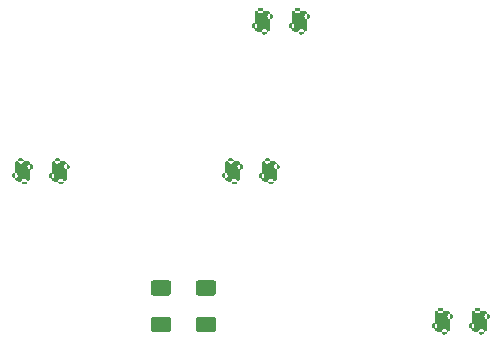
<source format=gbr>
From 9d678fbace2e4931e39ab5b95b2ec7493a18f549 Mon Sep 17 00:00:00 2001
From: Blaise Thompson <blaise@untzag.com>
Date: Mon, 25 Jan 2021 12:15:05 -0600
Subject: digital-driver readme

---
 digital-driver/gerber/driver-F_Mask.gbr | 250 ++++++++++++++++++++++----------
 1 file changed, 175 insertions(+), 75 deletions(-)

(limited to 'digital-driver/gerber/driver-F_Mask.gbr')

diff --git a/digital-driver/gerber/driver-F_Mask.gbr b/digital-driver/gerber/driver-F_Mask.gbr
index 671323a..c6407fc 100644
--- a/digital-driver/gerber/driver-F_Mask.gbr
+++ b/digital-driver/gerber/driver-F_Mask.gbr
@@ -1,12 +1,12 @@
-%TF.GenerationSoftware,KiCad,Pcbnew,5.1.9+dfsg1-1*%
-%TF.CreationDate,2021-01-24T22:19:11-06:00*%
+%TF.GenerationSoftware,KiCad,Pcbnew,5.1.8+dfsg1-1+b1*%
+%TF.CreationDate,2021-01-25T11:41:01-06:00*%
 %TF.ProjectId,driver,64726976-6572-42e6-9b69-6361645f7063,1.0.0*%
 %TF.SameCoordinates,Original*%
 %TF.FileFunction,Soldermask,Top*%
 %TF.FilePolarity,Negative*%
 %FSLAX46Y46*%
 G04 Gerber Fmt 4.6, Leading zero omitted, Abs format (unit mm)*
-G04 Created by KiCad (PCBNEW 5.1.9+dfsg1-1) date 2021-01-24 22:19:11*
+G04 Created by KiCad (PCBNEW 5.1.8+dfsg1-1+b1) date 2021-01-25 11:41:01*
 %MOMM*%
 %LPD*%
 G01*
@@ -77,6 +77,106 @@ G75*
 G02*
 X167640000Y-81280000I0J-2540000D01*
 G01*
+%TO.C,R7*%
+G36*
+G01*
+X127645000Y-106310000D02*
+X128895000Y-106310000D01*
+G75*
+G02*
+X129145000Y-106560000I0J-250000D01*
+G01*
+X129145000Y-107360000D01*
+G75*
+G02*
+X128895000Y-107610000I-250000J0D01*
+G01*
+X127645000Y-107610000D01*
+G75*
+G02*
+X127395000Y-107360000I0J250000D01*
+G01*
+X127395000Y-106560000D01*
+G75*
+G02*
+X127645000Y-106310000I250000J0D01*
+G01*
+G37*
+G36*
+G01*
+X127645000Y-103210000D02*
+X128895000Y-103210000D01*
+G75*
+G02*
+X129145000Y-103460000I0J-250000D01*
+G01*
+X129145000Y-104260000D01*
+G75*
+G02*
+X128895000Y-104510000I-250000J0D01*
+G01*
+X127645000Y-104510000D01*
+G75*
+G02*
+X127395000Y-104260000I0J250000D01*
+G01*
+X127395000Y-103460000D01*
+G75*
+G02*
+X127645000Y-103210000I250000J0D01*
+G01*
+G37*
+%TD*%
+%TO.C,R6*%
+G36*
+G01*
+X131455000Y-106310000D02*
+X132705000Y-106310000D01*
+G75*
+G02*
+X132955000Y-106560000I0J-250000D01*
+G01*
+X132955000Y-107360000D01*
+G75*
+G02*
+X132705000Y-107610000I-250000J0D01*
+G01*
+X131455000Y-107610000D01*
+G75*
+G02*
+X131205000Y-107360000I0J250000D01*
+G01*
+X131205000Y-106560000D01*
+G75*
+G02*
+X131455000Y-106310000I250000J0D01*
+G01*
+G37*
+G36*
+G01*
+X131455000Y-103210000D02*
+X132705000Y-103210000D01*
+G75*
+G02*
+X132955000Y-103460000I0J-250000D01*
+G01*
+X132955000Y-104260000D01*
+G75*
+G02*
+X132705000Y-104510000I-250000J0D01*
+G01*
+X131455000Y-104510000D01*
+G75*
+G02*
+X131205000Y-104260000I0J250000D01*
+G01*
+X131205000Y-103460000D01*
+G75*
+G02*
+X131455000Y-103210000I250000J0D01*
+G01*
+G37*
+%TD*%
 D11*
 %TO.C,PS1*%
 X154090000Y-81630000D03*
@@ -117,200 +217,200 @@ G37*
 %TO.C,R5*%
 G36*
 G01*
-X136790000Y-94605000D02*
-X136790000Y-93355000D01*
+X136790000Y-94605001D02*
+X136790000Y-93354999D01*
 G75*
 G02*
-X137040000Y-93105000I250000J0D01*
+X137039999Y-93105000I249999J0D01*
 G01*
-X137840000Y-93105000D01*
+X137840001Y-93105000D01*
 G75*
 G02*
-X138090000Y-93355000I0J-250000D01*
+X138090000Y-93354999I0J-249999D01*
 G01*
-X138090000Y-94605000D01*
+X138090000Y-94605001D01*
 G75*
 G02*
-X137840000Y-94855000I-250000J0D01*
+X137840001Y-94855000I-249999J0D01*
 G01*
-X137040000Y-94855000D01*
+X137039999Y-94855000D01*
 G75*
 G02*
-X136790000Y-94605000I0J250000D01*
+X136790000Y-94605001I0J249999D01*
 G01*
 G37*
 G36*
 G01*
-X133690000Y-94605000D02*
-X133690000Y-93355000D01*
+X133690000Y-94605001D02*
+X133690000Y-93354999D01*
 G75*
 G02*
-X133940000Y-93105000I250000J0D01*
+X133939999Y-93105000I249999J0D01*
 G01*
-X134740000Y-93105000D01*
+X134740001Y-93105000D01*
 G75*
 G02*
-X134990000Y-93355000I0J-250000D01*
+X134990000Y-93354999I0J-249999D01*
 G01*
-X134990000Y-94605000D01*
+X134990000Y-94605001D01*
 G75*
 G02*
-X134740000Y-94855000I-250000J0D01*
+X134740001Y-94855000I-249999J0D01*
 G01*
-X133940000Y-94855000D01*
+X133939999Y-94855000D01*
 G75*
 G02*
-X133690000Y-94605000I0J250000D01*
+X133690000Y-94605001I0J249999D01*
 G01*
 G37*
 %TD*%
 %TO.C,R2*%
 G36*
 G01*
-X119010000Y-94605000D02*
-X119010000Y-93355000D01*
+X119010000Y-94605001D02*
+X119010000Y-93354999D01*
 G75*
 G02*
-X119260000Y-93105000I250000J0D01*
+X119259999Y-93105000I249999J0D01*
 G01*
-X120060000Y-93105000D01*
+X120060001Y-93105000D01*
 G75*
 G02*
-X120310000Y-93355000I0J-250000D01*
+X120310000Y-93354999I0J-249999D01*
 G01*
-X120310000Y-94605000D01*
+X120310000Y-94605001D01*
 G75*
 G02*
-X120060000Y-94855000I-250000J0D01*
+X120060001Y-94855000I-249999J0D01*
 G01*
-X119260000Y-94855000D01*
+X119259999Y-94855000D01*
 G75*
 G02*
-X119010000Y-94605000I0J250000D01*
+X119010000Y-94605001I0J249999D01*
 G01*
 G37*
 G36*
 G01*
-X115910000Y-94605000D02*
-X115910000Y-93355000D01*
+X115910000Y-94605001D02*
+X115910000Y-93354999D01*
 G75*
 G02*
-X116160000Y-93105000I250000J0D01*
+X116159999Y-93105000I249999J0D01*
 G01*
-X116960000Y-93105000D01*
+X116960001Y-93105000D01*
 G75*
 G02*
-X117210000Y-93355000I0J-250000D01*
+X117210000Y-93354999I0J-249999D01*
 G01*
-X117210000Y-94605000D01*
+X117210000Y-94605001D01*
 G75*
 G02*
-X116960000Y-94855000I-250000J0D01*
+X116960001Y-94855000I-249999J0D01*
 G01*
-X116160000Y-94855000D01*
+X116159999Y-94855000D01*
 G75*
 G02*
-X115910000Y-94605000I0J250000D01*
+X115910000Y-94605001I0J249999D01*
 G01*
 G37*
 %TD*%
 %TO.C,C3*%
 G36*
 G01*
-X137530000Y-80629999D02*
-X137530000Y-81930001D01*
+X137530000Y-80629998D02*
+X137530000Y-81930002D01*
 G75*
 G02*
-X137280001Y-82180000I-249999J0D01*
+X137280002Y-82180000I-249998J0D01*
 G01*
-X136454999Y-82180000D01*
+X136454998Y-82180000D01*
 G75*
 G02*
-X136205000Y-81930001I0J249999D01*
+X136205000Y-81930002I0J249998D01*
 G01*
-X136205000Y-80629999D01*
+X136205000Y-80629998D01*
 G75*
 G02*
-X136454999Y-80380000I249999J0D01*
+X136454998Y-80380000I249998J0D01*
 G01*
-X137280001Y-80380000D01*
+X137280002Y-80380000D01*
 G75*
 G02*
-X137530000Y-80629999I0J-249999D01*
+X137530000Y-80629998I0J-249998D01*
 G01*
 G37*
 G36*
 G01*
-X140655000Y-80629999D02*
-X140655000Y-81930001D01*
+X140655000Y-80629998D02*
+X140655000Y-81930002D01*
 G75*
 G02*
-X140405001Y-82180000I-249999J0D01*
+X140405002Y-82180000I-249998J0D01*
 G01*
-X139579999Y-82180000D01*
+X139579998Y-82180000D01*
 G75*
 G02*
-X139330000Y-81930001I0J249999D01*
+X139330000Y-81930002I0J249998D01*
 G01*
-X139330000Y-80629999D01*
+X139330000Y-80629998D01*
 G75*
 G02*
-X139579999Y-80380000I249999J0D01*
+X139579998Y-80380000I249998J0D01*
 G01*
-X140405001Y-80380000D01*
+X140405002Y-80380000D01*
 G75*
 G02*
-X140655000Y-80629999I0J-249999D01*
+X140655000Y-80629998I0J-249998D01*
 G01*
 G37*
 %TD*%
 %TO.C,C2*%
 G36*
 G01*
-X154570000Y-107330001D02*
-X154570000Y-106029999D01*
+X154570000Y-107330002D02*
+X154570000Y-106029998D01*
 G75*
 G02*
-X154819999Y-105780000I249999J0D01*
+X154819998Y-105780000I249998J0D01*
 G01*
-X155645001Y-105780000D01*
+X155645002Y-105780000D01*
 G75*
 G02*
-X155895000Y-106029999I0J-249999D01*
+X155895000Y-106029998I0J-249998D01*
 G01*
-X155895000Y-107330001D01*
+X155895000Y-107330002D01*
 G75*
 G02*
-X155645001Y-107580000I-249999J0D01*
+X155645002Y-107580000I-249998J0D01*
 G01*
-X154819999Y-107580000D01*
+X154819998Y-107580000D01*
 G75*
 G02*
-X154570000Y-107330001I0J249999D01*
+X154570000Y-107330002I0J249998D01*
 G01*
 G37*
 G36*
 G01*
-X151445000Y-107330001D02*
-X151445000Y-106029999D01*
+X151445000Y-107330002D02*
+X151445000Y-106029998D01*
 G75*
 G02*
-X151694999Y-105780000I249999J0D01*
+X151694998Y-105780000I249998J0D01*
 G01*
-X152520001Y-105780000D01*
+X152520002Y-105780000D01*
 G75*
 G02*
-X152770000Y-106029999I0J-249999D01*
+X152770000Y-106029998I0J-249998D01*
 G01*
-X152770000Y-107330001D01*
+X152770000Y-107330002D01*
 G75*
 G02*
-X152520001Y-107580000I-249999J0D01*
+X152520002Y-107580000I-249998J0D01*
 G01*
-X151694999Y-107580000D01*
+X151694998Y-107580000D01*
 G75*
 G02*
-X151445000Y-107330001I0J249999D01*
+X151445000Y-107330002I0J249998D01*
 G01*
 G37*
 %TD*%
-- 
cgit v1.2.3


</source>
